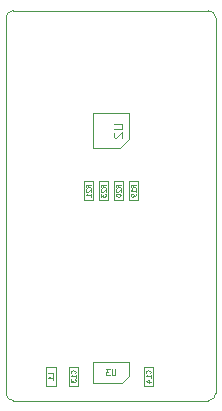
<source format=gbr>
%TF.GenerationSoftware,KiCad,Pcbnew,5.1.6+dfsg1-1~bpo10+1*%
%TF.CreationDate,2020-07-08T21:11:21+00:00*%
%TF.ProjectId,ProMicro_UART,50726f4d-6963-4726-9f5f-554152542e6b,v2*%
%TF.SameCoordinates,Original*%
%TF.FileFunction,Other,Fab,Bot*%
%FSLAX45Y45*%
G04 Gerber Fmt 4.5, Leading zero omitted, Abs format (unit mm)*
G04 Created by KiCad (PCBNEW 5.1.6+dfsg1-1~bpo10+1) date 2020-07-08 21:11:21*
%MOMM*%
%LPD*%
G01*
G04 APERTURE LIST*
%TA.AperFunction,Profile*%
%ADD10C,0.100000*%
%TD*%
%ADD11C,0.100000*%
%ADD12C,0.060000*%
%ADD13C,0.110000*%
%ADD14C,0.075000*%
G04 APERTURE END LIST*
D10*
X-1651000Y3111500D02*
X-1651000Y-63500D01*
X127000Y3111500D02*
X127000Y-63500D01*
X-1587500Y-127000D02*
G75*
G02*
X-1651000Y-63500I0J63500D01*
G01*
X127000Y-63500D02*
G75*
G02*
X63500Y-127000I-63500J0D01*
G01*
X63500Y3175000D02*
G75*
G02*
X127000Y3111500I0J-63500D01*
G01*
X-1651000Y3111500D02*
G75*
G02*
X-1587500Y3175000I63500J0D01*
G01*
X63500Y-127000D02*
X-1587500Y-127000D01*
X-1587500Y3175000D02*
X63500Y3175000D01*
D11*
X-785500Y1731000D02*
X-865500Y1731000D01*
X-865500Y1731000D02*
X-865500Y1571000D01*
X-865500Y1571000D02*
X-785500Y1571000D01*
X-785500Y1571000D02*
X-785500Y1731000D01*
X-912500Y1731000D02*
X-992500Y1731000D01*
X-992500Y1731000D02*
X-992500Y1571000D01*
X-992500Y1571000D02*
X-912500Y1571000D01*
X-912500Y1571000D02*
X-912500Y1731000D01*
X-658500Y1731000D02*
X-738500Y1731000D01*
X-738500Y1731000D02*
X-738500Y1571000D01*
X-738500Y1571000D02*
X-658500Y1571000D01*
X-658500Y1571000D02*
X-658500Y1731000D01*
X-531500Y1731000D02*
X-611500Y1731000D01*
X-611500Y1731000D02*
X-611500Y1571000D01*
X-611500Y1571000D02*
X-531500Y1571000D01*
X-531500Y1571000D02*
X-531500Y1731000D01*
X-612000Y2084000D02*
X-612000Y2309000D01*
X-612000Y2309000D02*
X-912000Y2309000D01*
X-912000Y2309000D02*
X-912000Y2009000D01*
X-912000Y2009000D02*
X-687000Y2009000D01*
X-687000Y2009000D02*
X-612000Y2084000D01*
X-404500Y158750D02*
X-484500Y158750D01*
X-484500Y158750D02*
X-484500Y-1250D01*
X-484500Y-1250D02*
X-404500Y-1250D01*
X-404500Y-1250D02*
X-404500Y158750D01*
X-1119500Y-1250D02*
X-1039500Y-1250D01*
X-1039500Y-1250D02*
X-1039500Y158750D01*
X-1039500Y158750D02*
X-1119500Y158750D01*
X-1119500Y158750D02*
X-1119500Y-1250D01*
X-672000Y20000D02*
X-607000Y85000D01*
X-607000Y200000D02*
X-607000Y85000D01*
X-672000Y20000D02*
X-917000Y20000D01*
X-917000Y200000D02*
X-917000Y20000D01*
X-607000Y200000D02*
X-917000Y200000D01*
X-1310000Y-1250D02*
X-1230000Y-1250D01*
X-1230000Y-1250D02*
X-1230000Y158750D01*
X-1230000Y158750D02*
X-1310000Y158750D01*
X-1310000Y158750D02*
X-1310000Y-1250D01*
D12*
X-807405Y1676714D02*
X-826452Y1690048D01*
X-807405Y1699571D02*
X-847405Y1699571D01*
X-847405Y1684333D01*
X-845500Y1680524D01*
X-843595Y1678619D01*
X-839786Y1676714D01*
X-834071Y1676714D01*
X-830262Y1678619D01*
X-828357Y1680524D01*
X-826452Y1684333D01*
X-826452Y1699571D01*
X-843595Y1661476D02*
X-845500Y1659571D01*
X-847405Y1655762D01*
X-847405Y1646238D01*
X-845500Y1642429D01*
X-843595Y1640524D01*
X-839786Y1638619D01*
X-835976Y1638619D01*
X-830262Y1640524D01*
X-807405Y1663381D01*
X-807405Y1638619D01*
X-847405Y1625286D02*
X-847405Y1600524D01*
X-832167Y1613857D01*
X-832167Y1608143D01*
X-830262Y1604333D01*
X-828357Y1602429D01*
X-824548Y1600524D01*
X-815024Y1600524D01*
X-811214Y1602429D01*
X-809310Y1604333D01*
X-807405Y1608143D01*
X-807405Y1619571D01*
X-809310Y1623381D01*
X-811214Y1625286D01*
X-934405Y1676714D02*
X-953452Y1690048D01*
X-934405Y1699571D02*
X-974405Y1699571D01*
X-974405Y1684333D01*
X-972500Y1680524D01*
X-970595Y1678619D01*
X-966786Y1676714D01*
X-961071Y1676714D01*
X-957262Y1678619D01*
X-955357Y1680524D01*
X-953452Y1684333D01*
X-953452Y1699571D01*
X-970595Y1661476D02*
X-972500Y1659571D01*
X-974405Y1655762D01*
X-974405Y1646238D01*
X-972500Y1642429D01*
X-970595Y1640524D01*
X-966786Y1638619D01*
X-962976Y1638619D01*
X-957262Y1640524D01*
X-934405Y1663381D01*
X-934405Y1638619D01*
X-934405Y1600524D02*
X-934405Y1623381D01*
X-934405Y1611952D02*
X-974405Y1611952D01*
X-968690Y1615762D01*
X-964881Y1619571D01*
X-962976Y1623381D01*
X-680405Y1676714D02*
X-699452Y1690048D01*
X-680405Y1699571D02*
X-720405Y1699571D01*
X-720405Y1684333D01*
X-718500Y1680524D01*
X-716595Y1678619D01*
X-712786Y1676714D01*
X-707071Y1676714D01*
X-703262Y1678619D01*
X-701357Y1680524D01*
X-699452Y1684333D01*
X-699452Y1699571D01*
X-716595Y1661476D02*
X-718500Y1659571D01*
X-720405Y1655762D01*
X-720405Y1646238D01*
X-718500Y1642429D01*
X-716595Y1640524D01*
X-712786Y1638619D01*
X-708976Y1638619D01*
X-703262Y1640524D01*
X-680405Y1663381D01*
X-680405Y1638619D01*
X-720405Y1613857D02*
X-720405Y1610048D01*
X-718500Y1606238D01*
X-716595Y1604333D01*
X-712786Y1602429D01*
X-705167Y1600524D01*
X-695643Y1600524D01*
X-688024Y1602429D01*
X-684214Y1604333D01*
X-682310Y1606238D01*
X-680405Y1610048D01*
X-680405Y1613857D01*
X-682310Y1617667D01*
X-684214Y1619571D01*
X-688024Y1621476D01*
X-695643Y1623381D01*
X-705167Y1623381D01*
X-712786Y1621476D01*
X-716595Y1619571D01*
X-718500Y1617667D01*
X-720405Y1613857D01*
X-553405Y1676714D02*
X-572452Y1690048D01*
X-553405Y1699571D02*
X-593405Y1699571D01*
X-593405Y1684333D01*
X-591500Y1680524D01*
X-589595Y1678619D01*
X-585786Y1676714D01*
X-580072Y1676714D01*
X-576262Y1678619D01*
X-574357Y1680524D01*
X-572452Y1684333D01*
X-572452Y1699571D01*
X-553405Y1638619D02*
X-553405Y1661476D01*
X-553405Y1650048D02*
X-593405Y1650048D01*
X-587691Y1653857D01*
X-583881Y1657667D01*
X-581976Y1661476D01*
X-553405Y1619571D02*
X-553405Y1611952D01*
X-555310Y1608143D01*
X-557214Y1606238D01*
X-562929Y1602429D01*
X-570548Y1600524D01*
X-585786Y1600524D01*
X-589595Y1602429D01*
X-591500Y1604333D01*
X-593405Y1608143D01*
X-593405Y1615762D01*
X-591500Y1619571D01*
X-589595Y1621476D01*
X-585786Y1623381D01*
X-576262Y1623381D01*
X-572452Y1621476D01*
X-570548Y1619571D01*
X-568643Y1615762D01*
X-568643Y1608143D01*
X-570548Y1604333D01*
X-572452Y1602429D01*
X-576262Y1600524D01*
D13*
X-739571Y2216143D02*
X-678857Y2216143D01*
X-671714Y2212572D01*
X-668143Y2209000D01*
X-664572Y2201857D01*
X-664572Y2187572D01*
X-668143Y2180429D01*
X-671714Y2176857D01*
X-678857Y2173286D01*
X-739571Y2173286D01*
X-732429Y2141143D02*
X-736000Y2137572D01*
X-739571Y2130429D01*
X-739571Y2112572D01*
X-736000Y2105429D01*
X-732429Y2101857D01*
X-725286Y2098286D01*
X-718143Y2098286D01*
X-707429Y2101857D01*
X-664572Y2144714D01*
X-664572Y2098286D01*
D12*
X-430214Y104464D02*
X-428310Y106369D01*
X-426405Y112083D01*
X-426405Y115893D01*
X-428310Y121607D01*
X-432119Y125417D01*
X-435929Y127321D01*
X-443548Y129226D01*
X-449262Y129226D01*
X-456881Y127321D01*
X-460690Y125417D01*
X-464500Y121607D01*
X-466405Y115893D01*
X-466405Y112083D01*
X-464500Y106369D01*
X-462595Y104464D01*
X-426405Y66369D02*
X-426405Y89226D01*
X-426405Y77798D02*
X-466405Y77798D01*
X-460690Y81607D01*
X-456881Y85417D01*
X-454976Y89226D01*
X-453071Y32083D02*
X-426405Y32083D01*
X-468310Y41607D02*
X-439738Y51131D01*
X-439738Y26369D01*
X-1065214Y104464D02*
X-1063310Y106369D01*
X-1061405Y112083D01*
X-1061405Y115893D01*
X-1063310Y121607D01*
X-1067119Y125417D01*
X-1070929Y127321D01*
X-1078548Y129226D01*
X-1084262Y129226D01*
X-1091881Y127321D01*
X-1095691Y125417D01*
X-1099500Y121607D01*
X-1101405Y115893D01*
X-1101405Y112083D01*
X-1099500Y106369D01*
X-1097595Y104464D01*
X-1061405Y66369D02*
X-1061405Y89226D01*
X-1061405Y77798D02*
X-1101405Y77798D01*
X-1095691Y81607D01*
X-1091881Y85417D01*
X-1089976Y89226D01*
X-1101405Y53036D02*
X-1101405Y28274D01*
X-1086167Y41607D01*
X-1086167Y35893D01*
X-1084262Y32083D01*
X-1082357Y30179D01*
X-1078548Y28274D01*
X-1069024Y28274D01*
X-1065214Y30179D01*
X-1063310Y32083D01*
X-1061405Y35893D01*
X-1061405Y47321D01*
X-1063310Y51131D01*
X-1065214Y53036D01*
D14*
X-723905Y137381D02*
X-723905Y96905D01*
X-726286Y92143D01*
X-728667Y89762D01*
X-733429Y87381D01*
X-742952Y87381D01*
X-747714Y89762D01*
X-750095Y92143D01*
X-752476Y96905D01*
X-752476Y137381D01*
X-771524Y137381D02*
X-802476Y137381D01*
X-785810Y118333D01*
X-792952Y118333D01*
X-797714Y115952D01*
X-800095Y113571D01*
X-802476Y108810D01*
X-802476Y96905D01*
X-800095Y92143D01*
X-797714Y89762D01*
X-792952Y87381D01*
X-778667Y87381D01*
X-773905Y89762D01*
X-771524Y92143D01*
D12*
X-1251905Y85417D02*
X-1251905Y104464D01*
X-1291905Y104464D01*
X-1251905Y51131D02*
X-1251905Y73988D01*
X-1251905Y62560D02*
X-1291905Y62560D01*
X-1286191Y66369D01*
X-1282381Y70179D01*
X-1280476Y73988D01*
M02*

</source>
